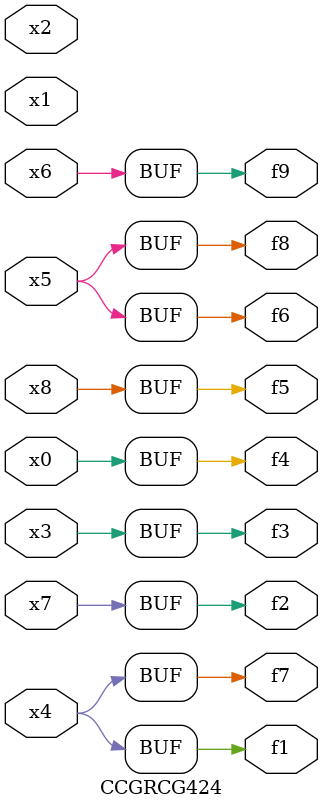
<source format=v>
module CCGRCG424(
	input x0, x1, x2, x3, x4, x5, x6, x7, x8,
	output f1, f2, f3, f4, f5, f6, f7, f8, f9
);
	assign f1 = x4;
	assign f2 = x7;
	assign f3 = x3;
	assign f4 = x0;
	assign f5 = x8;
	assign f6 = x5;
	assign f7 = x4;
	assign f8 = x5;
	assign f9 = x6;
endmodule

</source>
